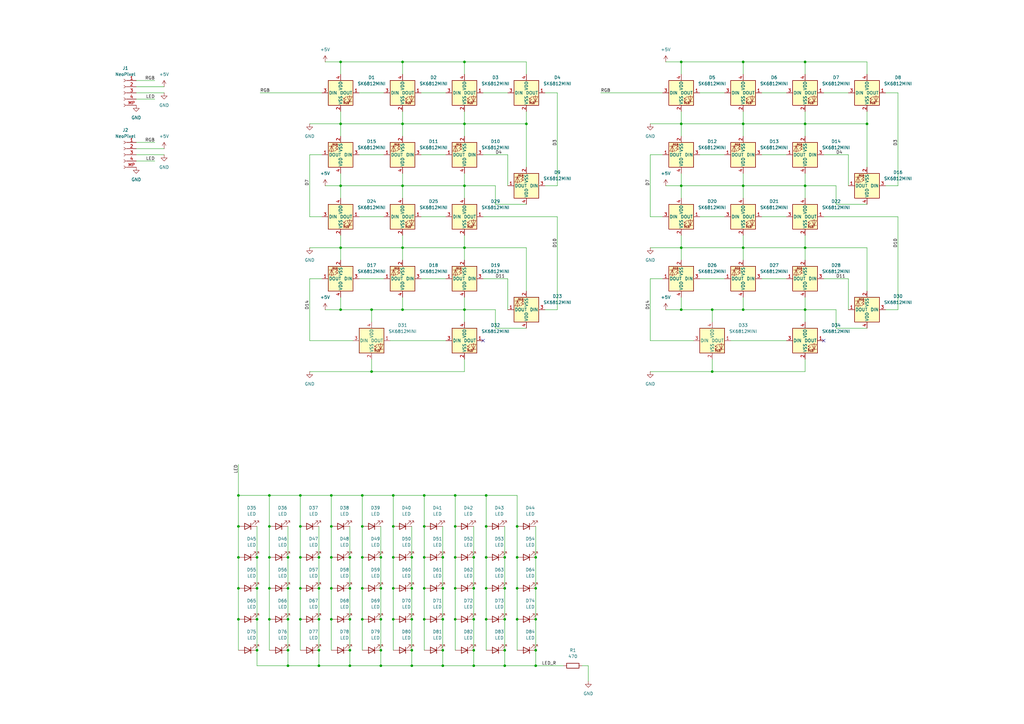
<source format=kicad_sch>
(kicad_sch (version 20231120) (generator "eeschema") (generator_version "8.0")
  (paper "A3")
  (junction (at 148.59 203.2))
  (junction (at 181.61 266.7))
  (junction (at 190.5 76.2))
  (junction (at 279.4 25.4))
  (junction (at 199.39 241.3))
  (junction (at 199.39 254))
  (junction (at 165.1 127))
  (junction (at 212.09 228.6))
  (junction (at 330.2 50.8))
  (junction (at 292.1 127))
  (junction (at 279.4 101.6))
  (junction (at 304.8 101.6))
  (junction (at 190.5 101.6))
  (junction (at 279.4 127))
  (junction (at 97.79 241.3))
  (junction (at 304.8 25.4))
  (junction (at 173.99 228.6))
  (junction (at 105.41 266.7))
  (junction (at 135.89 203.2))
  (junction (at 139.7 25.4))
  (junction (at 168.91 254))
  (junction (at 219.71 273.05))
  (junction (at 194.31 241.3))
  (junction (at 181.61 254))
  (junction (at 194.31 228.6))
  (junction (at 330.2 25.4))
  (junction (at 139.7 76.2))
  (junction (at 148.59 215.9))
  (junction (at 186.69 215.9))
  (junction (at 181.61 273.05))
  (junction (at 143.51 254))
  (junction (at 123.19 203.2))
  (junction (at 110.49 203.2))
  (junction (at 173.99 215.9))
  (junction (at 330.2 127))
  (junction (at 330.2 101.6))
  (junction (at 173.99 254))
  (junction (at 194.31 266.7))
  (junction (at 105.41 254))
  (junction (at 207.01 241.3))
  (junction (at 181.61 241.3))
  (junction (at 130.81 254))
  (junction (at 199.39 215.9))
  (junction (at 219.71 228.6))
  (junction (at 148.59 254))
  (junction (at 219.71 241.3))
  (junction (at 161.29 254))
  (junction (at 161.29 228.6))
  (junction (at 156.21 266.7))
  (junction (at 161.29 215.9))
  (junction (at 207.01 228.6))
  (junction (at 110.49 215.9))
  (junction (at 139.7 50.8))
  (junction (at 130.81 273.05))
  (junction (at 304.8 50.8))
  (junction (at 152.4 127))
  (junction (at 123.19 228.6))
  (junction (at 165.1 101.6))
  (junction (at 97.79 228.6))
  (junction (at 292.1 152.4))
  (junction (at 186.69 254))
  (junction (at 199.39 228.6))
  (junction (at 118.11 266.7))
  (junction (at 165.1 25.4))
  (junction (at 135.89 215.9))
  (junction (at 143.51 241.3))
  (junction (at 135.89 241.3))
  (junction (at 143.51 266.7))
  (junction (at 156.21 273.05))
  (junction (at 165.1 76.2))
  (junction (at 135.89 254))
  (junction (at 355.6 50.8))
  (junction (at 173.99 203.2))
  (junction (at 135.89 228.6))
  (junction (at 130.81 241.3))
  (junction (at 186.69 228.6))
  (junction (at 190.5 127))
  (junction (at 148.59 228.6))
  (junction (at 168.91 228.6))
  (junction (at 304.8 76.2))
  (junction (at 194.31 273.05))
  (junction (at 110.49 228.6))
  (junction (at 168.91 273.05))
  (junction (at 118.11 273.05))
  (junction (at 161.29 203.2))
  (junction (at 139.7 127))
  (junction (at 156.21 241.3))
  (junction (at 97.79 203.2))
  (junction (at 118.11 228.6))
  (junction (at 181.61 228.6))
  (junction (at 207.01 254))
  (junction (at 118.11 254))
  (junction (at 168.91 266.7))
  (junction (at 105.41 241.3))
  (junction (at 199.39 203.2))
  (junction (at 139.7 101.6))
  (junction (at 130.81 266.7))
  (junction (at 279.4 50.8))
  (junction (at 105.41 228.6))
  (junction (at 165.1 50.8))
  (junction (at 212.09 215.9))
  (junction (at 97.79 254))
  (junction (at 168.91 241.3))
  (junction (at 123.19 215.9))
  (junction (at 97.79 215.9))
  (junction (at 186.69 241.3))
  (junction (at 219.71 254))
  (junction (at 207.01 266.7))
  (junction (at 123.19 254))
  (junction (at 130.81 228.6))
  (junction (at 156.21 228.6))
  (junction (at 110.49 254))
  (junction (at 173.99 241.3))
  (junction (at 110.49 241.3))
  (junction (at 212.09 254))
  (junction (at 219.71 266.7))
  (junction (at 118.11 241.3))
  (junction (at 330.2 76.2))
  (junction (at 143.51 273.05))
  (junction (at 186.69 203.2))
  (junction (at 212.09 241.3))
  (junction (at 156.21 254))
  (junction (at 190.5 50.8))
  (junction (at 123.19 241.3))
  (junction (at 279.4 76.2))
  (junction (at 215.9 50.8))
  (junction (at 304.8 127))
  (junction (at 143.51 228.6))
  (junction (at 194.31 254))
  (junction (at 190.5 25.4))
  (junction (at 207.01 273.05))
  (junction (at 161.29 241.3))
  (junction (at 148.59 241.3))
  (junction (at 152.4 152.4))
  (no_connect (at 337.82 139.7))
  (no_connect (at 198.12 139.7))
  (wire (pts (xy 130.81 254) (xy 130.81 266.7)))
  (wire (pts (xy 130.81 266.7) (xy 130.81 273.05)))
  (wire (pts (xy 161.29 241.3) (xy 161.29 228.6)))
  (wire (pts (xy 143.51 254) (xy 143.51 266.7)))
  (wire (pts (xy 123.19 266.7) (xy 123.19 254)))
  (wire (pts (xy 368.3 88.9) (xy 368.3 127)))
  (wire (pts (xy 304.8 101.6) (xy 330.2 101.6)))
  (wire (pts (xy 123.19 203.2) (xy 110.49 203.2)))
  (wire (pts (xy 165.1 96.52) (xy 165.1 101.6)))
  (wire (pts (xy 123.19 215.9) (xy 123.19 203.2)))
  (wire (pts (xy 266.7 152.4) (xy 292.1 152.4)))
  (wire (pts (xy 190.5 152.4) (xy 152.4 152.4)))
  (wire (pts (xy 148.59 203.2) (xy 135.89 203.2)))
  (wire (pts (xy 186.69 266.7) (xy 186.69 254)))
  (wire (pts (xy 132.08 114.3) (xy 127 114.3)))
  (wire (pts (xy 168.91 215.9) (xy 168.91 228.6)))
  (wire (pts (xy 215.9 50.8) (xy 215.9 45.72)))
  (wire (pts (xy 355.6 101.6) (xy 355.6 119.38)))
  (wire (pts (xy 190.5 76.2) (xy 190.5 71.12)))
  (wire (pts (xy 110.49 254) (xy 110.49 241.3)))
  (wire (pts (xy 105.41 273.05) (xy 118.11 273.05)))
  (wire (pts (xy 190.5 127) (xy 190.5 132.08)))
  (wire (pts (xy 135.89 215.9) (xy 135.89 203.2)))
  (wire (pts (xy 330.2 81.28) (xy 330.2 76.2)))
  (wire (pts (xy 199.39 215.9) (xy 199.39 203.2)))
  (wire (pts (xy 165.1 50.8) (xy 190.5 50.8)))
  (wire (pts (xy 212.09 203.2) (xy 199.39 203.2)))
  (wire (pts (xy 228.6 38.1) (xy 223.52 38.1)))
  (wire (pts (xy 342.9 127) (xy 330.2 127)))
  (wire (pts (xy 203.2 83.82) (xy 215.9 83.82)))
  (wire (pts (xy 279.4 25.4) (xy 304.8 25.4)))
  (wire (pts (xy 139.7 81.28) (xy 139.7 76.2)))
  (wire (pts (xy 322.58 88.9) (xy 312.42 88.9)))
  (wire (pts (xy 304.8 76.2) (xy 304.8 71.12)))
  (wire (pts (xy 156.21 241.3) (xy 156.21 254)))
  (wire (pts (xy 199.39 254) (xy 199.39 241.3)))
  (wire (pts (xy 152.4 147.32) (xy 152.4 152.4)))
  (wire (pts (xy 63.5 58.42) (xy 55.88 58.42)))
  (wire (pts (xy 165.1 127) (xy 190.5 127)))
  (wire (pts (xy 208.28 127) (xy 208.28 114.3)))
  (wire (pts (xy 279.4 127) (xy 292.1 127)))
  (wire (pts (xy 304.8 96.52) (xy 304.8 101.6)))
  (wire (pts (xy 97.79 190.5) (xy 97.79 203.2)))
  (wire (pts (xy 322.58 38.1) (xy 312.42 38.1)))
  (wire (pts (xy 207.01 241.3) (xy 207.01 254)))
  (wire (pts (xy 219.71 273.05) (xy 219.71 266.7)))
  (wire (pts (xy 304.8 25.4) (xy 304.8 30.48)))
  (wire (pts (xy 279.4 76.2) (xy 304.8 76.2)))
  (wire (pts (xy 322.58 63.5) (xy 312.42 63.5)))
  (wire (pts (xy 173.99 241.3) (xy 173.99 228.6)))
  (wire (pts (xy 63.5 33.02) (xy 55.88 33.02)))
  (wire (pts (xy 168.91 241.3) (xy 168.91 254)))
  (wire (pts (xy 123.19 241.3) (xy 123.19 228.6)))
  (wire (pts (xy 152.4 127) (xy 152.4 132.08)))
  (wire (pts (xy 67.31 35.56) (xy 55.88 35.56)))
  (wire (pts (xy 190.5 55.88) (xy 190.5 50.8)))
  (wire (pts (xy 330.2 76.2) (xy 342.9 76.2)))
  (wire (pts (xy 161.29 215.9) (xy 161.29 203.2)))
  (wire (pts (xy 194.31 273.05) (xy 207.01 273.05)))
  (wire (pts (xy 156.21 215.9) (xy 156.21 228.6)))
  (wire (pts (xy 215.9 25.4) (xy 215.9 30.48)))
  (wire (pts (xy 123.19 254) (xy 123.19 241.3)))
  (wire (pts (xy 130.81 273.05) (xy 143.51 273.05)))
  (wire (pts (xy 219.71 254) (xy 219.71 241.3)))
  (wire (pts (xy 110.49 241.3) (xy 110.49 228.6)))
  (wire (pts (xy 266.7 139.7) (xy 284.48 139.7)))
  (wire (pts (xy 212.09 215.9) (xy 212.09 203.2)))
  (wire (pts (xy 228.6 76.2) (xy 223.52 76.2)))
  (wire (pts (xy 208.28 63.5) (xy 208.28 76.2)))
  (wire (pts (xy 186.69 241.3) (xy 186.69 228.6)))
  (wire (pts (xy 203.2 76.2) (xy 203.2 83.82)))
  (wire (pts (xy 273.05 127) (xy 279.4 127)))
  (wire (pts (xy 110.49 215.9) (xy 110.49 203.2)))
  (wire (pts (xy 194.31 215.9) (xy 194.31 228.6)))
  (wire (pts (xy 157.48 63.5) (xy 147.32 63.5)))
  (wire (pts (xy 181.61 254) (xy 181.61 266.7)))
  (wire (pts (xy 194.31 266.7) (xy 194.31 273.05)))
  (wire (pts (xy 173.99 215.9) (xy 173.99 203.2)))
  (wire (pts (xy 173.99 203.2) (xy 161.29 203.2)))
  (wire (pts (xy 105.41 254) (xy 105.41 266.7)))
  (wire (pts (xy 148.59 215.9) (xy 148.59 203.2)))
  (wire (pts (xy 330.2 101.6) (xy 330.2 106.68)))
  (wire (pts (xy 55.88 63.5) (xy 67.31 63.5)))
  (wire (pts (xy 297.18 63.5) (xy 287.02 63.5)))
  (wire (pts (xy 212.09 228.6) (xy 212.09 215.9)))
  (wire (pts (xy 279.4 55.88) (xy 279.4 50.8)))
  (wire (pts (xy 304.8 101.6) (xy 304.8 106.68)))
  (wire (pts (xy 106.68 38.1) (xy 132.08 38.1)))
  (wire (pts (xy 133.35 76.2) (xy 139.7 76.2)))
  (wire (pts (xy 342.9 83.82) (xy 355.6 83.82)))
  (wire (pts (xy 228.6 88.9) (xy 228.6 127)))
  (wire (pts (xy 63.5 66.04) (xy 55.88 66.04)))
  (wire (pts (xy 347.98 38.1) (xy 337.82 38.1)))
  (wire (pts (xy 97.79 228.6) (xy 97.79 215.9)))
  (wire (pts (xy 143.51 266.7) (xy 143.51 273.05)))
  (wire (pts (xy 97.79 203.2) (xy 97.79 215.9)))
  (wire (pts (xy 297.18 88.9) (xy 287.02 88.9)))
  (wire (pts (xy 105.41 266.7) (xy 105.41 273.05)))
  (wire (pts (xy 127 50.8) (xy 139.7 50.8)))
  (wire (pts (xy 165.1 76.2) (xy 190.5 76.2)))
  (wire (pts (xy 148.59 266.7) (xy 148.59 254)))
  (wire (pts (xy 105.41 228.6) (xy 105.41 241.3)))
  (wire (pts (xy 279.4 81.28) (xy 279.4 76.2)))
  (wire (pts (xy 299.72 139.7) (xy 322.58 139.7)))
  (wire (pts (xy 215.9 134.62) (xy 203.2 134.62)))
  (wire (pts (xy 168.91 266.7) (xy 168.91 273.05)))
  (wire (pts (xy 181.61 273.05) (xy 194.31 273.05)))
  (wire (pts (xy 110.49 203.2) (xy 97.79 203.2)))
  (wire (pts (xy 207.01 228.6) (xy 207.01 241.3)))
  (wire (pts (xy 181.61 266.7) (xy 181.61 273.05)))
  (wire (pts (xy 199.39 241.3) (xy 199.39 228.6)))
  (wire (pts (xy 139.7 50.8) (xy 139.7 45.72)))
  (wire (pts (xy 207.01 273.05) (xy 219.71 273.05)))
  (wire (pts (xy 156.21 273.05) (xy 168.91 273.05)))
  (wire (pts (xy 168.91 228.6) (xy 168.91 241.3)))
  (wire (pts (xy 241.3 273.05) (xy 238.76 273.05)))
  (wire (pts (xy 130.81 241.3) (xy 130.81 254)))
  (wire (pts (xy 304.8 127) (xy 330.2 127)))
  (wire (pts (xy 157.48 38.1) (xy 147.32 38.1)))
  (wire (pts (xy 279.4 101.6) (xy 304.8 101.6)))
  (wire (pts (xy 330.2 96.52) (xy 330.2 101.6)))
  (wire (pts (xy 292.1 127) (xy 292.1 132.08)))
  (wire (pts (xy 368.3 38.1) (xy 368.3 76.2)))
  (wire (pts (xy 347.98 63.5) (xy 347.98 76.2)))
  (wire (pts (xy 330.2 50.8) (xy 355.6 50.8)))
  (wire (pts (xy 330.2 147.32) (xy 330.2 152.4)))
  (wire (pts (xy 194.31 241.3) (xy 194.31 254)))
  (wire (pts (xy 139.7 50.8) (xy 165.1 50.8)))
  (wire (pts (xy 161.29 228.6) (xy 161.29 215.9)))
  (wire (pts (xy 110.49 228.6) (xy 110.49 215.9)))
  (wire (pts (xy 67.31 60.96) (xy 55.88 60.96)))
  (wire (pts (xy 355.6 50.8) (xy 355.6 45.72)))
  (wire (pts (xy 304.8 50.8) (xy 304.8 45.72)))
  (wire (pts (xy 165.1 25.4) (xy 165.1 30.48)))
  (wire (pts (xy 143.51 241.3) (xy 143.51 254)))
  (wire (pts (xy 152.4 127) (xy 165.1 127)))
  (wire (pts (xy 156.21 266.7) (xy 156.21 273.05)))
  (wire (pts (xy 161.29 266.7) (xy 161.29 254)))
  (wire (pts (xy 215.9 50.8) (xy 215.9 68.58)))
  (wire (pts (xy 212.09 241.3) (xy 212.09 228.6)))
  (wire (pts (xy 304.8 50.8) (xy 330.2 50.8)))
  (wire (pts (xy 312.42 114.3) (xy 322.58 114.3)))
  (wire (pts (xy 118.11 215.9) (xy 118.11 228.6)))
  (wire (pts (xy 135.89 254) (xy 135.89 241.3)))
  (wire (pts (xy 271.78 63.5) (xy 266.7 63.5)))
  (wire (pts (xy 132.08 63.5) (xy 127 63.5)))
  (wire (pts (xy 139.7 127) (xy 152.4 127)))
  (wire (pts (xy 330.2 152.4) (xy 292.1 152.4)))
  (wire (pts (xy 148.59 241.3) (xy 148.59 228.6)))
  (wire (pts (xy 186.69 228.6) (xy 186.69 215.9)))
  (wire (pts (xy 330.2 127) (xy 330.2 121.92)))
  (wire (pts (xy 161.29 203.2) (xy 148.59 203.2)))
  (wire (pts (xy 246.38 38.1) (xy 271.78 38.1)))
  (wire (pts (xy 127 63.5) (xy 127 88.9)))
  (wire (pts (xy 173.99 228.6) (xy 173.99 215.9)))
  (wire (pts (xy 330.2 55.88) (xy 330.2 50.8)))
  (wire (pts (xy 118.11 273.05) (xy 130.81 273.05)))
  (wire (pts (xy 182.88 63.5) (xy 172.72 63.5)))
  (wire (pts (xy 181.61 241.3) (xy 181.61 254)))
  (wire (pts (xy 139.7 101.6) (xy 165.1 101.6)))
  (wire (pts (xy 186.69 203.2) (xy 173.99 203.2)))
  (wire (pts (xy 139.7 55.88) (xy 139.7 50.8)))
  (wire (pts (xy 266.7 63.5) (xy 266.7 88.9)))
  (wire (pts (xy 279.4 121.92) (xy 279.4 127)))
  (wire (pts (xy 148.59 254) (xy 148.59 241.3)))
  (wire (pts (xy 279.4 101.6) (xy 279.4 106.68)))
  (wire (pts (xy 105.41 241.3) (xy 105.41 254)))
  (wire (pts (xy 165.1 101.6) (xy 165.1 106.68)))
  (wire (pts (xy 279.4 25.4) (xy 279.4 30.48)))
  (wire (pts (xy 181.61 228.6) (xy 181.61 241.3)))
  (wire (pts (xy 165.1 121.92) (xy 165.1 127)))
  (wire (pts (xy 133.35 25.4) (xy 139.7 25.4)))
  (wire (pts (xy 127 88.9) (xy 132.08 88.9)))
  (wire (pts (xy 368.3 127) (xy 363.22 127)))
  (wire (pts (xy 165.1 81.28) (xy 165.1 76.2)))
  (wire (pts (xy 330.2 127) (xy 330.2 132.08)))
  (wire (pts (xy 279.4 76.2) (xy 279.4 71.12)))
  (wire (pts (xy 190.5 50.8) (xy 190.5 45.72)))
  (wire (pts (xy 130.81 215.9) (xy 130.81 228.6)))
  (wire (pts (xy 97.79 266.7) (xy 97.79 254)))
  (wire (pts (xy 273.05 76.2) (xy 279.4 76.2)))
  (wire (pts (xy 347.98 127) (xy 347.98 114.3)))
  (wire (pts (xy 123.19 228.6) (xy 123.19 215.9)))
  (wire (pts (xy 266.7 88.9) (xy 271.78 88.9)))
  (wire (pts (xy 199.39 203.2) (xy 186.69 203.2)))
  (wire (pts (xy 228.6 127) (xy 223.52 127)))
  (wire (pts (xy 342.9 76.2) (xy 342.9 83.82)))
  (wire (pts (xy 199.39 266.7) (xy 199.39 254)))
  (wire (pts (xy 207.01 266.7) (xy 207.01 273.05)))
  (wire (pts (xy 347.98 63.5) (xy 337.82 63.5)))
  (wire (pts (xy 190.5 25.4) (xy 190.5 30.48)))
  (wire (pts (xy 215.9 101.6) (xy 215.9 119.38)))
  (wire (pts (xy 194.31 228.6) (xy 194.31 241.3)))
  (wire (pts (xy 139.7 25.4) (xy 165.1 25.4)))
  (wire (pts (xy 304.8 121.92) (xy 304.8 127)))
  (wire (pts (xy 219.71 228.6) (xy 219.71 215.9)))
  (wire (pts (xy 368.3 76.2) (xy 363.22 76.2)))
  (wire (pts (xy 118.11 228.6) (xy 118.11 241.3)))
  (wire (pts (xy 190.5 25.4) (xy 215.9 25.4)))
  (wire (pts (xy 182.88 38.1) (xy 172.72 38.1)))
  (wire (pts (xy 139.7 96.52) (xy 139.7 101.6)))
  (wire (pts (xy 143.51 273.05) (xy 156.21 273.05)))
  (wire (pts (xy 127 114.3) (xy 127 139.7)))
  (wire (pts (xy 207.01 254) (xy 207.01 266.7)))
  (wire (pts (xy 368.3 38.1) (xy 363.22 38.1)))
  (wire (pts (xy 168.91 273.05) (xy 181.61 273.05)))
  (wire (pts (xy 130.81 228.6) (xy 130.81 241.3)))
  (wire (pts (xy 203.2 134.62) (xy 203.2 127)))
  (wire (pts (xy 168.91 254) (xy 168.91 266.7)))
  (wire (pts (xy 199.39 228.6) (xy 199.39 215.9)))
  (wire (pts (xy 161.29 254) (xy 161.29 241.3)))
  (wire (pts (xy 219.71 266.7) (xy 219.71 254)))
  (wire (pts (xy 135.89 241.3) (xy 135.89 228.6)))
  (wire (pts (xy 292.1 127) (xy 304.8 127)))
  (wire (pts (xy 347.98 114.3) (xy 337.82 114.3)))
  (wire (pts (xy 127 139.7) (xy 144.78 139.7)))
  (wire (pts (xy 190.5 101.6) (xy 190.5 106.68)))
  (wire (pts (xy 139.7 76.2) (xy 139.7 71.12)))
  (wire (pts (xy 207.01 215.9) (xy 207.01 228.6)))
  (wire (pts (xy 165.1 55.88) (xy 165.1 50.8)))
  (wire (pts (xy 133.35 127) (xy 139.7 127)))
  (wire (pts (xy 208.28 63.5) (xy 198.12 63.5)))
  (wire (pts (xy 135.89 203.2) (xy 123.19 203.2)))
  (wire (pts (xy 118.11 266.7) (xy 118.11 273.05)))
  (wire (pts (xy 105.41 215.9) (xy 105.41 228.6)))
  (wire (pts (xy 241.3 279.4) (xy 241.3 273.05)))
  (wire (pts (xy 160.02 139.7) (xy 182.88 139.7)))
  (wire (pts (xy 337.82 88.9) (xy 368.3 88.9)))
  (wire (pts (xy 330.2 101.6) (xy 355.6 101.6)))
  (wire (pts (xy 266.7 101.6) (xy 279.4 101.6)))
  (wire (pts (xy 139.7 25.4) (xy 139.7 30.48)))
  (wire (pts (xy 135.89 228.6) (xy 135.89 215.9)))
  (wire (pts (xy 63.5 40.64) (xy 55.88 40.64)))
  (wire (pts (xy 172.72 114.3) (xy 182.88 114.3)))
  (wire (pts (xy 194.31 254) (xy 194.31 266.7)))
  (wire (pts (xy 186.69 215.9) (xy 186.69 203.2)))
  (wire (pts (xy 182.88 88.9) (xy 172.72 88.9)))
  (wire (pts (xy 190.5 81.28) (xy 190.5 76.2)))
  (wire (pts (xy 186.69 254) (xy 186.69 241.3)))
  (wire (pts (xy 304.8 55.88) (xy 304.8 50.8)))
  (wire (pts (xy 266.7 50.8) (xy 279.4 50.8)))
  (wire (pts (xy 147.32 114.3) (xy 157.48 114.3)))
  (wire (pts (xy 190.5 127) (xy 190.5 121.92)))
  (wire (pts (xy 118.11 241.3) (xy 118.11 254)))
  (wire (pts (xy 190.5 147.32) (xy 190.5 152.4)))
  (wire (pts (xy 55.88 38.1) (xy 67.31 38.1)))
  (wire (pts (xy 127 101.6) (xy 139.7 101.6)))
  (wire (pts (xy 118.11 254) (xy 118.11 266.7)))
  (wire (pts (xy 97.79 241.3) (xy 97.79 228.6)))
  (wire (pts (xy 181.61 215.9) (xy 181.61 228.6)))
  (wire (pts (xy 304.8 81.28) (xy 304.8 76.2)))
  (wire (pts (xy 279.4 50.8) (xy 304.8 50.8)))
  (wire (pts (xy 157.48 88.9) (xy 147.32 88.9)))
  (wire (pts (xy 355.6 25.4) (xy 355.6 30.48)))
  (wire (pts (xy 355.6 134.62) (xy 342.9 134.62)))
  (wire (pts (xy 279.4 50.8) (xy 279.4 45.72)))
  (wire (pts (xy 143.51 228.6) (xy 143.51 241.3)))
  (wire (pts (xy 330.2 50.8) (xy 330.2 45.72)))
  (wire (pts (xy 231.14 273.05) (xy 219.71 273.05)))
  (wire (pts (xy 190.5 50.8) (xy 215.9 50.8)))
  (wire (pts (xy 219.71 241.3) (xy 219.71 228.6)))
  (wire (pts (xy 266.7 114.3) (xy 266.7 139.7)))
  (wire (pts (xy 279.4 96.52) (xy 279.4 101.6)))
  (wire (pts (xy 190.5 76.2) (xy 203.2 76.2)))
  (wire (pts (xy 143.51 215.9) (xy 143.51 228.6)))
  (wire (pts (xy 292.1 147.32) (xy 292.1 152.4)))
  (wire (pts (xy 139.7 76.2) (xy 165.1 76.2)))
  (wire (pts (xy 165.1 76.2) (xy 165.1 71.12)))
  (wire (pts (xy 135.89 266.7) (xy 135.89 254)))
  (wire (pts (xy 304.8 25.4) (xy 330.2 25.4)))
  (wire (pts (xy 212.09 266.7) (xy 212.09 254)))
  (wire (pts (xy 228.6 38.1) (xy 228.6 76.2)))
  (wire (pts (xy 97.79 254) (xy 97.79 241.3)))
  (wire (pts (xy 110.49 266.7) (xy 110.49 254)))
  (wire (pts (xy 127 152.4) (xy 152.4 152.4)))
  (wire (pts (xy 330.2 25.4) (xy 355.6 25.4)))
  (wire (pts (xy 148.59 228.6) (xy 148.59 215.9)))
  (wire (pts (xy 208.28 114.3) (xy 198.12 114.3)))
  (wire (pts (xy 198.12 88.9) (xy 228.6 88.9)))
  (wire (pts (xy 330.2 76.2) (xy 330.2 71.12)))
  (wire (pts (xy 165.1 25.4) (xy 190.5 25.4)))
  (wire (pts (xy 156.21 254) (xy 156.21 266.7)))
  (wire (pts (xy 139.7 121.92) (xy 139.7 127)))
  (wire (pts (xy 190.5 96.52) (xy 190.5 101.6)))
  (wire (pts (xy 165.1 50.8) (xy 165.1 45.72)))
  (wire (pts (xy 342.9 134.62) (xy 342.9 127)))
  (wire (pts (xy 304.8 76.2) (xy 330.2 76.2)))
  (wire (pts (xy 173.99 266.7) (xy 173.99 254)))
  (wire (pts (xy 156.21 228.6) (xy 156.21 241.3)))
  (wire (pts (xy 330.2 25.4) (xy 330.2 30.48)))
  (wire (pts (xy 165.1 101.6) (xy 190.5 101.6)))
  (wire (pts (xy 287.02 114.3) (xy 297.18 114.3)))
  (wire (pts (xy 297.18 38.1) (xy 287.02 38.1)))
  (wire (pts (xy 190.5 101.6) (xy 215.9 101.6)))
  (wire (pts (xy 273.05 25.4) (xy 279.4 25.4)))
  (wire (pts (xy 355.6 50.8) (xy 355.6 68.58)))
  (wire (pts (xy 208.28 38.1) (xy 198.12 38.1)))
  (wire (pts (xy 203.2 127) (xy 190.5 127)))
  (wire (pts (xy 271.78 114.3) (xy 266.7 114.3)))
  (wire (pts (xy 139.7 101.6) (xy 139.7 106.68)))
  (wire (pts (xy 212.09 254) (xy 212.09 241.3)))
  (wire (pts (xy 173.99 254) (xy 173.99 241.3)))
  (label "LED" (at 63.5 40.64 180))
  (label "D3" (at 228.6 57.15 270))
  (label "D7" (at 266.7 76.2 90))
  (label "RGB" (at 106.68 38.1 0))
  (label "D10" (at 368.3 101.6 90))
  (label "D14" (at 127 127 90))
  (label "D4" (at 203.2 63.5 0))
  (label "D7" (at 127 76.2 90))
  (label "RGB" (at 63.5 33.02 180))
  (label "D11" (at 342.9 114.3 0))
  (label "D4" (at 342.9 63.5 0))
  (label "LED" (at 63.5 66.04 180))
  (label "D3" (at 368.3 57.15 270))
  (label "LED" (at 97.79 190.5 270))
  (label "D10" (at 228.6 101.6 90))
  (label "D11" (at 203.2 114.3 0))
  (label "LED_R" (at 222.25 273.05 0))
  (label "RGB" (at 63.5 58.42 180))
  (label "RGB" (at 246.38 38.1 0))
  (label "D14" (at 266.7 127 90))
  (symbol (lib_id "LED:SK6812MINI") (at 279.4 38.1 0) (unit 1)
    (property "Reference" "D5" (at 292.1 31.7814 0))
    (property "Value" "SK6812MINI" (at 292.1 34.3214 0))
    (property "Footprint" "LED_SMD:LED_SK6812MINI_PLCC4_3.5x3.5mm_P1.75mm" (effects (hide yes)))
    (property "Datasheet" "https://cdn-shop.adafruit.com/product-files/2686/SK6812MINI_REV.01-1-2.pdf" (effects (hide yes)))
    (property "Description" "RGB LED with integrated controller" (effects (hide yes)))
  )
  (symbol (lib_id "LED:SK6812MINI") (at 215.9 38.1 0) (unit 1)
    (property "Reference" "D4" (at 228.6 31.7814 0))
    (property "Value" "SK6812MINI" (at 228.6 34.3214 0))
    (property "Footprint" "LED_SMD:LED_SK6812MINI_PLCC4_3.5x3.5mm_P1.75mm" (effects (hide yes)))
    (property "Datasheet" "https://cdn-shop.adafruit.com/product-files/2686/SK6812MINI_REV.01-1-2.pdf" (effects (hide yes)))
    (property "Description" "RGB LED with integrated controller" (effects (hide yes)))
  )
  (symbol (lib_id "Device:R") (at 234.95 273.05 90) (unit 1)
    (property "Reference" "R1" (at 234.95 266.7 90))
    (property "Value" "470" (at 234.95 269.24 90))
    (property "Footprint" "Resistor_SMD:R_1206_3216Metric" (effects (hide yes)))
    (property "Description" "Resistor" (effects (hide yes)))
  )
  (symbol (lib_id "LED:SK6812MINI") (at 279.4 63.5 180) (unit 1)
    (property "Reference" "D12" (at 292.1 58.0038 0))
    (property "Value" "SK6812MINI" (at 292.1 60.5438 0))
    (property "Footprint" "LED_SMD:LED_SK6812MINI_PLCC4_3.5x3.5mm_P1.75mm" (effects (hide yes)))
    (property "Datasheet" "https://cdn-shop.adafruit.com/product-files/2686/SK6812MINI_REV.01-1-2.pdf" (effects (hide yes)))
    (property "Description" "RGB LED with integrated controller" (effects (hide yes)))
  )
  (symbol (lib_id "Device:LED") (at 177.8 266.7 180) (unit 1)
    (property "Reference" "D81" (at 179.3875 259.08 0))
    (property "Value" "LED" (at 179.3875 261.62 0))
    (property "Footprint" "LED_SMD:LED_0603_1608Metric" (effects (hide yes)))
    (property "Description" "Light emitting diode" (effects (hide yes)))
  )
  (symbol (lib_id "Device:LED") (at 127 228.6 180) (unit 1)
    (property "Reference" "D47" (at 128.5875 220.98 0))
    (property "Value" "LED" (at 128.5875 223.52 0))
    (property "Footprint" "LED_SMD:LED_0603_1608Metric" (effects (hide yes)))
    (property "Description" "Light emitting diode" (effects (hide yes)))
  )
  (symbol (lib_id "LED:SK6812MINI") (at 139.7 38.1 0) (unit 1)
    (property "Reference" "D1" (at 152.4 31.7814 0))
    (property "Value" "SK6812MINI" (at 152.4 34.3214 0))
    (property "Footprint" "LED_SMD:LED_SK6812MINI_PLCC4_3.5x3.5mm_P1.75mm" (effects (hide yes)))
    (property "Datasheet" "https://cdn-shop.adafruit.com/product-files/2686/SK6812MINI_REV.01-1-2.pdf" (effects (hide yes)))
    (property "Description" "RGB LED with integrated controller" (effects (hide yes)))
  )
  (symbol (lib_id "Device:LED") (at 165.1 241.3 180) (unit 1)
    (property "Reference" "D60" (at 166.6875 233.68 0))
    (property "Value" "LED" (at 166.6875 236.22 0))
    (property "Footprint" "LED_SMD:LED_0603_1608Metric" (effects (hide yes)))
    (property "Description" "Light emitting diode" (effects (hide yes)))
  )
  (symbol (lib_id "Device:LED") (at 203.2 254 180) (unit 1)
    (property "Reference" "D73" (at 204.7875 246.38 0))
    (property "Value" "LED" (at 204.7875 248.92 0))
    (property "Footprint" "LED_SMD:LED_0603_1608Metric" (effects (hide yes)))
    (property "Description" "Light emitting diode" (effects (hide yes)))
  )
  (symbol (lib_id "LED:SK6812MINI") (at 139.7 63.5 180) (unit 1)
    (property "Reference" "D15" (at 152.4 58.0038 0))
    (property "Value" "SK6812MINI" (at 152.4 60.5438 0))
    (property "Footprint" "LED_SMD:LED_SK6812MINI_PLCC4_3.5x3.5mm_P1.75mm" (effects (hide yes)))
    (property "Datasheet" "https://cdn-shop.adafruit.com/product-files/2686/SK6812MINI_REV.01-1-2.pdf" (effects (hide yes)))
    (property "Description" "RGB LED with integrated controller" (effects (hide yes)))
  )
  (symbol (lib_id "power:GND") (at 241.3 279.4 0) (unit 1)
    (property "Reference" "#PWR020" (effects (hide yes)))
    (property "Value" "GND" (at 241.3 284.48 0))
    (property "Description" "Power symbol creates a global label with name \"GND\" , ground" (effects (hide yes)))
  )
  (symbol (lib_id "LED:SK6812MINI") (at 304.8 88.9 0) (unit 1)
    (property "Reference" "D21" (at 317.5 82.5814 0))
    (property "Value" "SK6812MINI" (at 317.5 85.1214 0))
    (property "Footprint" "LED_SMD:LED_SK6812MINI_PLCC4_3.5x3.5mm_P1.75mm" (effects (hide yes)))
    (property "Datasheet" "https://cdn-shop.adafruit.com/product-files/2686/SK6812MINI_REV.01-1-2.pdf" (effects (hide yes)))
    (property "Description" "RGB LED with integrated controller" (effects (hide yes)))
  )
  (symbol (lib_id "Device:LED") (at 165.1 266.7 180) (unit 1)
    (property "Reference" "D80" (at 166.6875 259.08 0))
    (property "Value" "LED" (at 166.6875 261.62 0))
    (property "Footprint" "LED_SMD:LED_0603_1608Metric" (effects (hide yes)))
    (property "Description" "Light emitting diode" (effects (hide yes)))
  )
  (symbol (lib_id "LED:SK6812MINI") (at 279.4 88.9 0) (unit 1)
    (property "Reference" "D20" (at 292.1 82.5814 0))
    (property "Value" "SK6812MINI" (at 292.1 85.1214 0))
    (property "Footprint" "LED_SMD:LED_SK6812MINI_PLCC4_3.5x3.5mm_P1.75mm" (effects (hide yes)))
    (property "Datasheet" "https://cdn-shop.adafruit.com/product-files/2686/SK6812MINI_REV.01-1-2.pdf" (effects (hide yes)))
    (property "Description" "RGB LED with integrated controller" (effects (hide yes)))
  )
  (symbol (lib_id "Device:LED") (at 215.9 266.7 180) (unit 1)
    (property "Reference" "D84" (at 217.4875 259.08 0))
    (property "Value" "LED" (at 217.4875 261.62 0))
    (property "Footprint" "LED_SMD:LED_0603_1608Metric" (effects (hide yes)))
    (property "Description" "Light emitting diode" (effects (hide yes)))
  )
  (symbol (lib_id "power:GND") (at 127 50.8 0) (unit 1)
    (property "Reference" "#PWR06" (effects (hide yes)))
    (property "Value" "GND" (at 127 55.88 0))
    (property "Description" "Power symbol creates a global label with name \"GND\" , ground" (effects (hide yes)))
  )
  (symbol (lib_id "Device:LED") (at 190.5 215.9 180) (unit 1)
    (property "Reference" "D42" (at 192.0875 208.28 0))
    (property "Value" "LED" (at 192.0875 210.82 0))
    (property "Footprint" "LED_SMD:LED_0603_1608Metric" (effects (hide yes)))
    (property "Description" "Light emitting diode" (effects (hide yes)))
  )
  (symbol (lib_id "power:GND") (at 55.88 68.58 0) (unit 1)
    (property "Reference" "#PWR010" (effects (hide yes)))
    (property "Value" "GND" (at 55.88 73.66 0))
    (property "Description" "Power symbol creates a global label with name \"GND\" , ground" (effects (hide yes)))
  )
  (symbol (lib_id "power:+5V") (at 273.05 25.4 0) (unit 1)
    (property "Reference" "#PWR02" (effects (hide yes)))
    (property "Value" "+5V" (at 273.05 20.32 0))
    (property "Description" "Power symbol creates a global label with name \"+5V\"" (effects (hide yes)))
  )
  (symbol (lib_id "Device:LED") (at 177.8 215.9 180) (unit 1)
    (property "Reference" "D41" (at 179.3875 208.28 0))
    (property "Value" "LED" (at 179.3875 210.82 0))
    (property "Footprint" "LED_SMD:LED_0603_1608Metric" (effects (hide yes)))
    (property "Description" "Light emitting diode" (effects (hide yes)))
  )
  (symbol (lib_id "LED:SK6812MINI") (at 190.5 88.9 0) (unit 1)
    (property "Reference" "D29" (at 203.2 82.5814 0))
    (property "Value" "SK6812MINI" (at 203.2 85.1214 0))
    (property "Footprint" "LED_SMD:LED_SK6812MINI_PLCC4_3.5x3.5mm_P1.75mm" (effects (hide yes)))
    (property "Datasheet" "https://cdn-shop.adafruit.com/product-files/2686/SK6812MINI_REV.01-1-2.pdf" (effects (hide yes)))
    (property "Description" "RGB LED with integrated controller" (effects (hide yes)))
  )
  (symbol (lib_id "Device:LED") (at 215.9 254 180) (unit 1)
    (property "Reference" "D74" (at 217.4875 246.38 0))
    (property "Value" "LED" (at 217.4875 248.92 0))
    (property "Footprint" "LED_SMD:LED_0603_1608Metric" (effects (hide yes)))
    (property "Description" "Light emitting diode" (effects (hide yes)))
  )
  (symbol (lib_id "Device:LED") (at 114.3 228.6 180) (unit 1)
    (property "Reference" "D46" (at 115.8875 220.98 0))
    (property "Value" "LED" (at 115.8875 223.52 0))
    (property "Footprint" "LED_SMD:LED_0603_1608Metric" (effects (hide yes)))
    (property "Description" "Light emitting diode" (effects (hide yes)))
  )
  (symbol (lib_id "LED:SK6812MINI") (at 190.5 63.5 180) (unit 1)
    (property "Reference" "D10" (at 203.2 58.0038 0))
    (property "Value" "SK6812MINI" (at 203.2 60.5438 0))
    (property "Footprint" "LED_SMD:LED_SK6812MINI_PLCC4_3.5x3.5mm_P1.75mm" (effects (hide yes)))
    (property "Datasheet" "https://cdn-shop.adafruit.com/product-files/2686/SK6812MINI_REV.01-1-2.pdf" (effects (hide yes)))
    (property "Description" "RGB LED with integrated controller" (effects (hide yes)))
  )
  (symbol (lib_id "Device:LED") (at 114.3 266.7 180) (unit 1)
    (property "Reference" "D76" (at 115.8875 259.08 0))
    (property "Value" "LED" (at 115.8875 261.62 0))
    (property "Footprint" "LED_SMD:LED_0603_1608Metric" (effects (hide yes)))
    (property "Description" "Light emitting diode" (effects (hide yes)))
  )
  (symbol (lib_id "LED:SK6812MINI") (at 190.5 139.7 0) (unit 1)
    (property "Reference" "D32" (at 203.2 133.3814 0))
    (property "Value" "SK6812MINI" (at 203.2 135.9214 0))
    (property "Footprint" "LED_SMD:LED_SK6812MINI_PLCC4_3.5x3.5mm_P1.75mm" (effects (hide yes)))
    (property "Datasheet" "https://cdn-shop.adafruit.com/product-files/2686/SK6812MINI_REV.01-1-2.pdf" (effects (hide yes)))
    (property "Description" "RGB LED with integrated controller" (effects (hide yes)))
  )
  (symbol (lib_id "LED:SK6812MINI") (at 355.6 127 180) (unit 1)
    (property "Reference" "D30" (at 368.3 121.5038 0))
    (property "Value" "SK6812MINI" (at 368.3 124.0438 0))
    (property "Footprint" "LED_SMD:LED_SK6812MINI_PLCC4_3.5x3.5mm_P1.75mm" (effects (hide yes)))
    (property "Datasheet" "https://cdn-shop.adafruit.com/product-files/2686/SK6812MINI_REV.01-1-2.pdf" (effects (hide yes)))
    (property "Description" "RGB LED with integrated controller" (effects (hide yes)))
  )
  (symbol (lib_id "Device:LED") (at 203.2 266.7 180) (unit 1)
    (property "Reference" "D83" (at 204.7875 259.08 0))
    (property "Value" "LED" (at 204.7875 261.62 0))
    (property "Footprint" "LED_SMD:LED_0603_1608Metric" (effects (hide yes)))
    (property "Description" "Light emitting diode" (effects (hide yes)))
  )
  (symbol (lib_id "Device:LED") (at 215.9 241.3 180) (unit 1)
    (property "Reference" "D64" (at 217.4875 233.68 0))
    (property "Value" "LED" (at 217.4875 236.22 0))
    (property "Footprint" "LED_SMD:LED_0603_1608Metric" (effects (hide yes)))
    (property "Description" "Light emitting diode" (effects (hide yes)))
  )
  (symbol (lib_id "Device:LED") (at 139.7 215.9 180) (unit 1)
    (property "Reference" "D38" (at 141.2875 208.28 0))
    (property "Value" "LED" (at 141.2875 210.82 0))
    (property "Footprint" "LED_SMD:LED_0603_1608Metric" (effects (hide yes)))
    (property "Description" "Light emitting diode" (effects (hide yes)))
  )
  (symbol (lib_id "Device:LED") (at 152.4 241.3 180) (unit 1)
    (property "Reference" "D59" (at 153.9875 233.68 0))
    (property "Value" "LED" (at 153.9875 236.22 0))
    (property "Footprint" "LED_SMD:LED_0603_1608Metric" (effects (hide yes)))
    (property "Description" "Light emitting diode" (effects (hide yes)))
  )
  (symbol (lib_id "LED:SK6812MINI") (at 330.2 139.7 0) (unit 1)
    (property "Reference" "D34" (at 342.9 133.3814 0))
    (property "Value" "SK6812MINI" (at 342.9 135.9214 0))
    (property "Footprint" "LED_SMD:LED_SK6812MINI_PLCC4_3.5x3.5mm_P1.75mm" (effects (hide yes)))
    (property "Datasheet" "https://cdn-shop.adafruit.com/product-files/2686/SK6812MINI_REV.01-1-2.pdf" (effects (hide yes)))
    (property "Description" "RGB LED with integrated controller" (effects (hide yes)))
  )
  (symbol (lib_id "power:GND") (at 266.7 50.8 0) (unit 1)
    (property "Reference" "#PWR07" (effects (hide yes)))
    (property "Value" "GND" (at 266.7 55.88 0))
    (property "Description" "Power symbol creates a global label with name \"GND\" , ground" (effects (hide yes)))
  )
  (symbol (lib_id "power:+5V") (at 133.35 127 0) (unit 1)
    (property "Reference" "#PWR015" (effects (hide yes)))
    (property "Value" "+5V" (at 133.35 121.92 0))
    (property "Description" "Power symbol creates a global label with name \"+5V\"" (effects (hide yes)))
  )
  (symbol (lib_id "Device:LED") (at 203.2 228.6 180) (unit 1)
    (property "Reference" "D53" (at 204.7875 220.98 0))
    (property "Value" "LED" (at 204.7875 223.52 0))
    (property "Footprint" "LED_SMD:LED_0603_1608Metric" (effects (hide yes)))
    (property "Description" "Light emitting diode" (effects (hide yes)))
  )
  (symbol (lib_id "power:+5V") (at 133.35 76.2 0) (unit 1)
    (property "Reference" "#PWR011" (effects (hide yes)))
    (property "Value" "+5V" (at 133.35 71.12 0))
    (property "Description" "Power symbol creates a global label with name \"+5V\"" (effects (hide yes)))
  )
  (symbol (lib_id "Device:LED") (at 139.7 254 180) (unit 1)
    (property "Reference" "D68" (at 141.2875 246.38 0))
    (property "Value" "LED" (at 141.2875 248.92 0))
    (property "Footprint" "LED_SMD:LED_0603_1608Metric" (effects (hide yes)))
    (property "Description" "Light emitting diode" (effects (hide yes)))
  )
  (symbol (lib_id "Device:LED") (at 127 254 180) (unit 1)
    (property "Reference" "D67" (at 128.5875 246.38 0))
    (property "Value" "LED" (at 128.5875 248.92 0))
    (property "Footprint" "LED_SMD:LED_0603_1608Metric" (effects (hide yes)))
    (property "Description" "Light emitting diode" (effects (hide yes)))
  )
  (symbol (lib_id "Device:LED") (at 152.4 254 180) (unit 1)
    (property "Reference" "D69" (at 153.9875 246.38 0))
    (property "Value" "LED" (at 153.9875 248.92 0))
    (property "Footprint" "LED_SMD:LED_0603_1608Metric" (effects (hide yes)))
    (property "Description" "Light emitting diode" (effects (hide yes)))
  )
  (symbol (lib_id "Device:LED") (at 203.2 215.9 180) (unit 1)
    (property "Reference" "D43" (at 204.7875 208.28 0))
    (property "Value" "LED" (at 204.7875 210.82 0))
    (property "Footprint" "LED_SMD:LED_0603_1608Metric" (effects (hide yes)))
    (property "Description" "Light emitting diode" (effects (hide yes)))
  )
  (symbol (lib_id "Device:LED") (at 165.1 254 180) (unit 1)
    (property "Reference" "D70" (at 166.6875 246.38 0))
    (property "Value" "LED" (at 166.6875 248.92 0))
    (property "Footprint" "LED_SMD:LED_0603_1608Metric" (effects (hide yes)))
    (property "Description" "Light emitting diode" (effects (hide yes)))
  )
  (symbol (lib_id "LED:SK6812MINI") (at 165.1 114.3 180) (unit 1)
    (property "Reference" "D18" (at 177.8 108.8038 0))
    (property "Value" "SK6812MINI" (at 177.8 111.3438 0))
    (property "Footprint" "LED_SMD:LED_SK6812MINI_PLCC4_3.5x3.5mm_P1.75mm" (effects (hide yes)))
    (property "Datasheet" "https://cdn-shop.adafruit.com/product-files/2686/SK6812MINI_REV.01-1-2.pdf" (effects (hide yes)))
    (property "Description" "RGB LED with integrated controller" (effects (hide yes)))
  )
  (symbol (lib_id "Device:LED") (at 177.8 228.6 180) (unit 1)
    (property "Reference" "D51" (at 179.3875 220.98 0))
    (property "Value" "LED" (at 179.3875 223.52 0))
    (property "Footprint" "LED_SMD:LED_0603_1608Metric" (effects (hide yes)))
    (property "Description" "Light emitting diode" (effects (hide yes)))
  )
  (symbol (lib_id "power:GND") (at 67.31 63.5 0) (unit 1)
    (property "Reference" "#PWR09" (effects (hide yes)))
    (property "Value" "GND" (at 67.31 68.58 0))
    (property "Description" "Power symbol creates a global label with name \"GND\" , ground" (effects (hide yes)))
  )
  (symbol (lib_id "LED:SK6812MINI") (at 139.7 114.3 180) (unit 1)
    (property "Reference" "D17" (at 152.4 108.8038 0))
    (property "Value" "SK6812MINI" (at 152.4 111.3438 0))
    (property "Footprint" "LED_SMD:LED_SK6812MINI_PLCC4_3.5x3.5mm_P1.75mm" (effects (hide yes)))
    (property "Datasheet" "https://cdn-shop.adafruit.com/product-files/2686/SK6812MINI_REV.01-1-2.pdf" (effects (hide yes)))
    (property "Description" "RGB LED with integrated controller" (effects (hide yes)))
  )
  (symbol (lib_id "LED:SK6812MINI") (at 304.8 63.5 180) (unit 1)
    (property "Reference" "D13" (at 317.5 58.0038 0))
    (property "Value" "SK6812MINI" (at 317.5 60.5438 0))
    (property "Footprint" "LED_SMD:LED_SK6812MINI_PLCC4_3.5x3.5mm_P1.75mm" (effects (hide yes)))
    (property "Datasheet" "https://cdn-shop.adafruit.com/product-files/2686/SK6812MINI_REV.01-1-2.pdf" (effects (hide yes)))
    (property "Description" "RGB LED with integrated controller" (effects (hide yes)))
  )
  (symbol (lib_id "Device:LED") (at 101.6 266.7 180) (unit 1)
    (property "Reference" "D75" (at 103.1875 259.08 0))
    (property "Value" "LED" (at 103.1875 261.62 0))
    (property "Footprint" "LED_SMD:LED_0603_1608Metric" (effects (hide yes)))
    (property "Description" "Light emitting diode" (effects (hide yes)))
  )
  (symbol (lib_id "Device:LED") (at 190.5 266.7 180) (unit 1)
    (property "Reference" "D82" (at 192.0875 259.08 0))
    (property "Value" "LED" (at 192.0875 261.62 0))
    (property "Footprint" "LED_SMD:LED_0603_1608Metric" (effects (hide yes)))
    (property "Description" "Light emitting diode" (effects (hide yes)))
  )
  (symbol (lib_id "Device:LED") (at 114.3 215.9 180) (unit 1)
    (property "Reference" "D36" (at 115.8875 208.28 0))
    (property "Value" "LED" (at 115.8875 210.82 0))
    (property "Footprint" "LED_SMD:LED_0603_1608Metric" (effects (hide yes)))
    (property "Description" "Light emitting diode" (effects (hide yes)))
  )
  (symbol (lib_id "Device:LED") (at 114.3 241.3 180) (unit 1)
    (property "Reference" "D56" (at 115.8875 233.68 0))
    (property "Value" "LED" (at 115.8875 236.22 0))
    (property "Footprint" "LED_SMD:LED_0603_1608Metric" (effects (hide yes)))
    (property "Description" "Light emitting diode" (effects (hide yes)))
  )
  (symbol (lib_id "Device:LED") (at 101.6 241.3 180) (unit 1)
    (property "Reference" "D55" (at 103.1875 233.68 0))
    (property "Value" "LED" (at 103.1875 236.22 0))
    (property "Footprint" "LED_SMD:LED_0603_1608Metric" (effects (hide yes)))
    (property "Description" "Light emitting diode" (effects (hide yes)))
  )
  (symbol (lib_id "Device:LED") (at 139.7 241.3 180) (unit 1)
    (property "Reference" "D58" (at 141.2875 233.68 0))
    (property "Value" "LED" (at 141.2875 236.22 0))
    (property "Footprint" "LED_SMD:LED_0603_1608Metric" (effects (hide yes)))
    (property "Description" "Light emitting diode" (effects (hide yes)))
  )
  (symbol (lib_id "LED:SK6812MINI") (at 215.9 76.2 180) (unit 1)
    (property "Reference" "D9" (at 228.6 70.7038 0))
    (property "Value" "SK6812MINI" (at 228.6 73.2438 0))
    (property "Footprint" "LED_SMD:LED_SK6812MINI_PLCC4_3.5x3.5mm_P1.75mm" (effects (hide yes)))
    (property "Datasheet" "https://cdn-shop.adafruit.com/product-files/2686/SK6812MINI_REV.01-1-2.pdf" (effects (hide yes)))
    (property "Description" "RGB LED with integrated controller" (effects (hide yes)))
  )
  (symbol (lib_id "LED:SK6812MINI") (at 279.4 114.3 180) (unit 1)
    (property "Reference" "D26" (at 292.1 108.8038 0))
    (property "Value" "SK6812MINI" (at 292.1 111.3438 0))
    (property "Footprint" "LED_SMD:LED_SK6812MINI_PLCC4_3.5x3.5mm_P1.75mm" (effects (hide yes)))
    (property "Datasheet" "https://cdn-shop.adafruit.com/product-files/2686/SK6812MINI_REV.01-1-2.pdf" (effects (hide yes)))
    (property "Description" "RGB LED with integrated controller" (effects (hide yes)))
  )
  (symbol (lib_id "LED:SK6812MINI") (at 330.2 114.3 180) (unit 1)
    (property "Reference" "D28" (at 342.9 108.8038 0))
    (property "Value" "SK6812MINI" (at 342.9 111.3438 0))
    (property "Footprint" "LED_SMD:LED_SK6812MINI_PLCC4_3.5x3.5mm_P1.75mm" (effects (hide yes)))
    (property "Datasheet" "https://cdn-shop.adafruit.com/product-files/2686/SK6812MINI_REV.01-1-2.pdf" (effects (hide yes)))
    (property "Description" "RGB LED with integrated controller" (effects (hide yes)))
  )
  (symbol (lib_id "Device:LED") (at 165.1 215.9 180) (unit 1)
    (property "Reference" "D40" (at 166.6875 208.28 0))
    (property "Value" "LED" (at 166.6875 210.82 0))
    (property "Footprint" "LED_SMD:LED_0603_1608Metric" (effects (hide yes)))
    (property "Description" "Light emitting diode" (effects (hide yes)))
  )
  (symbol (lib_id "power:GND") (at 127 101.6 0) (unit 1)
    (property "Reference" "#PWR013" (effects (hide yes)))
    (property "Value" "GND" (at 127 106.68 0))
    (property "Description" "Power symbol creates a global label with name \"GND\" , ground" (effects (hide yes)))
  )
  (symbol (lib_id "Device:LED") (at 177.8 241.3 180) (unit 1)
    (property "Reference" "D61" (at 179.3875 233.68 0))
    (property "Value" "LED" (at 179.3875 236.22 0))
    (property "Footprint" "LED_SMD:LED_0603_1608Metric" (effects (hide yes)))
    (property "Description" "Light emitting diode" (effects (hide yes)))
  )
  (symbol (lib_id "LED:SK6812MINI") (at 304.8 114.3 180) (unit 1)
    (property "Reference" "D27" (at 317.5 108.8038 0))
    (property "Value" "SK6812MINI" (at 317.5 111.3438 0))
    (property "Footprint" "LED_SMD:LED_SK6812MINI_PLCC4_3.5x3.5mm_P1.75mm" (effects (hide yes)))
    (property "Datasheet" "https://cdn-shop.adafruit.com/product-files/2686/SK6812MINI_REV.01-1-2.pdf" (effects (hide yes)))
    (property "Description" "RGB LED with integrated controller" (effects (hide yes)))
  )
  (symbol (lib_id "LED:SK6812MINI") (at 330.2 63.5 180) (unit 1)
    (property "Reference" "D14" (at 342.9 58.0038 0))
    (property "Value" "SK6812MINI" (at 342.9 60.5438 0))
    (property "Footprint" "LED_SMD:LED_SK6812MINI_PLCC4_3.5x3.5mm_P1.75mm" (effects (hide yes)))
    (property "Datasheet" "https://cdn-shop.adafruit.com/product-files/2686/SK6812MINI_REV.01-1-2.pdf" (effects (hide yes)))
    (property "Description" "RGB LED with integrated controller" (effects (hide yes)))
  )
  (symbol (lib_id "Device:LED") (at 114.3 254 180) (unit 1)
    (property "Reference" "D66" (at 115.8875 246.38 0))
    (property "Value" "LED" (at 115.8875 248.92 0))
    (property "Footprint" "LED_SMD:LED_0603_1608Metric" (effects (hide yes)))
    (property "Description" "Light emitting diode" (effects (hide yes)))
  )
  (symbol (lib_id "LED:SK6812MINI") (at 292.1 139.7 0) (unit 1)
    (property "Reference" "D33" (at 304.8 133.3814 0))
    (property "Value" "SK6812MINI" (at 304.8 135.9214 0))
    (property "Footprint" "LED_SMD:LED_SK6812MINI_PLCC4_3.5x3.5mm_P1.75mm" (effects (hide yes)))
    (property "Datasheet" "https://cdn-shop.adafruit.com/product-files/2686/SK6812MINI_REV.01-1-2.pdf" (effects (hide yes)))
    (property "Description" "RGB LED with integrated controller" (effects (hide yes)))
  )
  (symbol (lib_id "LED:SK6812MINI") (at 330.2 88.9 0) (unit 1)
    (property "Reference" "D22" (at 342.9 82.5814 0))
    (property "Value" "SK6812MINI" (at 342.9 85.1214 0))
    (property "Footprint" "LED_SMD:LED_SK6812MINI_PLCC4_3.5x3.5mm_P1.75mm" (effects (hide yes)))
    (property "Datasheet" "https://cdn-shop.adafruit.com/product-files/2686/SK6812MINI_REV.01-1-2.pdf" (effects (hide yes)))
    (property "Description" "RGB LED with integrated controller" (effects (hide yes)))
  )
  (symbol (lib_id "Device:LED") (at 190.5 228.6 180) (unit 1)
    (property "Reference" "D52" (at 192.0875 220.98 0))
    (property "Value" "LED" (at 192.0875 223.52 0))
    (property "Footprint" "LED_SMD:LED_0603_1608Metric" (effects (hide yes)))
    (property "Description" "Light emitting diode" (effects (hide yes)))
  )
  (symbol (lib_id "Device:LED") (at 177.8 254 180) (unit 1)
    (property "Reference" "D71" (at 179.3875 246.38 0))
    (property "Value" "LED" (at 179.3875 248.92 0))
    (property "Footprint" "LED_SMD:LED_0603_1608Metric" (effects (hide yes)))
    (property "Description" "Light emitting diode" (effects (hide yes)))
  )
  (symbol (lib_id "LED:SK6812MINI") (at 165.1 38.1 0) (unit 1)
    (property "Reference" "D2" (at 177.8 31.7814 0))
    (property "Value" "SK6812MINI" (at 177.8 34.3214 0))
    (property "Footprint" "LED_SMD:LED_SK6812MINI_PLCC4_3.5x3.5mm_P1.75mm" (effects (hide yes)))
    (property "Datasheet" "https://cdn-shop.adafruit.com/product-files/2686/SK6812MINI_REV.01-1-2.pdf" (effects (hide yes)))
    (property "Description" "RGB LED with integrated controller" (effects (hide yes)))
  )
  (symbol (lib_id "power:GND") (at 55.88 43.18 0) (unit 1)
    (property "Reference" "#PWR05" (effects (hide yes)))
    (property "Value" "GND" (at 55.88 48.26 0))
    (property "Description" "Power symbol creates a global label with name \"GND\" , ground" (effects (hide yes)))
  )
  (symbol (lib_id "Device:LED") (at 152.4 266.7 180) (unit 1)
    (property "Reference" "D79" (at 153.9875 259.08 0))
    (property "Value" "LED" (at 153.9875 261.62 0))
    (property "Footprint" "LED_SMD:LED_0603_1608Metric" (effects (hide yes)))
    (property "Description" "Light emitting diode" (effects (hide yes)))
  )
  (symbol (lib_id "power:+5V") (at 273.05 127 0) (unit 1)
    (property "Reference" "#PWR016" (effects (hide yes)))
    (property "Value" "+5V" (at 273.05 121.92 0))
    (property "Description" "Power symbol creates a global label with name \"+5V\"" (effects (hide yes)))
  )
  (symbol (lib_id "power:GND") (at 67.31 38.1 0) (unit 1)
    (property "Reference" "#PWR04" (effects (hide yes)))
    (property "Value" "GND" (at 67.31 43.18 0))
    (property "Description" "Power symbol creates a global label with name \"GND\" , ground" (effects (hide yes)))
  )
  (symbol (lib_id "LED:SK6812MINI") (at 330.2 38.1 0) (unit 1)
    (property "Reference" "D7" (at 342.9 31.7814 0))
    (property "Value" "SK6812MINI" (at 342.9 34.3214 0))
    (property "Footprint" "LED_SMD:LED_SK6812MINI_PLCC4_3.5x3.5mm_P1.75mm" (effects (hide yes)))
    (property "Datasheet" "https://cdn-shop.adafruit.com/product-files/2686/SK6812MINI_REV.01-1-2.pdf" (effects (hide yes)))
    (property "Description" "RGB LED with integrated controller" (effects (hide yes)))
  )
  (symbol (lib_id "Device:LED") (at 101.6 254 180) (unit 1)
    (property "Reference" "D65" (at 103.1875 246.38 0))
    (property "Value" "LED" (at 103.1875 248.92 0))
    (property "Footprint" "LED_SMD:LED_0603_1608Metric" (effects (hide yes)))
    (property "Description" "Light emitting diode" (effects (hide yes)))
  )
  (symbol (lib_id "Device:LED") (at 127 241.3 180) (unit 1)
    (property "Reference" "D57" (at 128.5875 233.68 0))
    (property "Value" "LED" (at 128.5875 236.22 0))
    (property "Footprint" "LED_SMD:LED_0603_1608Metric" (effects (hide yes)))
    (property "Description" "Light emitting diode" (effects (hide yes)))
  )
  (symbol (lib_id "LED:SK6812MINI") (at 190.5 114.3 180) (unit 1)
    (property "Reference" "D19" (at 203.2 108.8038 0))
    (property "Value" "SK6812MINI" (at 203.2 111.3438 0))
    (property "Footprint" "LED_SMD:LED_SK6812MINI_PLCC4_3.5x3.5mm_P1.75mm" (effects (hide yes)))
    (property "Datasheet" "https://cdn-shop.adafruit.com/product-files/2686/SK6812MINI_REV.01-1-2.pdf" (effects (hide yes)))
    (property "Description" "RGB LED with integrated controller" (effects (hide yes)))
  )
  (symbol (lib_id "LED:SK6812MINI") (at 165.1 63.5 180) (unit 1)
    (property "Reference" "D11" (at 177.8 58.0038 0))
    (property "Value" "SK6812MINI" (at 177.8 60.5438 0))
    (property "Footprint" "LED_SMD:LED_SK6812MINI_PLCC4_3.5x3.5mm_P1.75mm" (effects (hide yes)))
    (property "Datasheet" "https://cdn-shop.adafruit.com/product-files/2686/SK6812MINI_REV.01-1-2.pdf" (effects (hide yes)))
    (property "Description" "RGB LED with integrated controller" (effects (hide yes)))
  )
  (symbol (lib_id "power:GND") (at 266.7 152.4 0) (unit 1)
    (property "Reference" "#PWR018" (effects (hide yes)))
    (property "Value" "GND" (at 266.7 157.48 0))
    (property "Description" "Power symbol creates a global label with name \"GND\" , ground" (effects (hide yes)))
  )
  (symbol (lib_id "Device:LED") (at 190.5 241.3 180) (unit 1)
    (property "Reference" "D62" (at 192.0875 233.68 0))
    (property "Value" "LED" (at 192.0875 236.22 0))
    (property "Footprint" "LED_SMD:LED_0603_1608Metric" (effects (hide yes)))
    (property "Description" "Light emitting diode" (effects (hide yes)))
  )
  (symbol (lib_id "LED:SK6812MINI") (at 355.6 76.2 180) (unit 1)
    (property "Reference" "D16" (at 368.3 70.7038 0))
    (property "Value" "SK6812MINI" (at 368.3 73.2438 0))
    (property "Footprint" "LED_SMD:LED_SK6812MINI_PLCC4_3.5x3.5mm_P1.75mm" (effects (hide yes)))
    (property "Datasheet" "https://cdn-shop.adafruit.com/product-files/2686/SK6812MINI_REV.01-1-2.pdf" (effects (hide yes)))
    (property "Description" "RGB LED with integrated controller" (effects (hide yes)))
  )
  (symbol (lib_id "Device:LED") (at 215.9 215.9 180) (unit 1)
    (property "Reference" "D44" (at 217.4875 208.28 0))
    (property "Value" "LED" (at 217.4875 210.82 0))
    (property "Footprint" "LED_SMD:LED_0603_1608Metric" (effects (hide yes)))
    (property "Description" "Light emitting diode" (effects (hide yes)))
  )
  (symbol (lib_id "LED:SK6812MINI") (at 190.5 38.1 0) (unit 1)
    (property "Reference" "D3" (at 203.2 31.7814 0))
    (property "Value" "SK6812MINI" (at 203.2 34.3214 0))
    (property "Footprint" "LED_SMD:LED_SK6812MINI_PLCC4_3.5x3.5mm_P1.75mm" (effects (hide yes)))
    (property "Datasheet" "https://cdn-shop.adafruit.com/product-files/2686/SK6812MINI_REV.01-1-2.pdf" (effects (hide yes)))
    (property "Description" "RGB LED with integrated controller" (effects (hide yes)))
  )
  (symbol (lib_id "Device:LED") (at 152.4 228.6 180) (unit 1)
    (property "Reference" "D49" (at 153.9875 220.98 0))
    (property "Value" "LED" (at 153.9875 223.52 0))
    (property "Footprint" "LED_SMD:LED_0603_1608Metric" (effects (hide yes)))
    (property "Description" "Light emitting diode" (effects (hide yes)))
  )
  (symbol (lib_id "power:+5V") (at 67.31 60.96 0) (unit 1)
    (property "Reference" "#PWR08" (effects (hide yes)))
    (property "Value" "+5V" (at 67.31 55.88 0))
    (property "Description" "Power symbol creates a global label with name \"+5V\"" (effects (hide yes)))
  )
  (symbol (lib_id "LED:SK6812MINI") (at 304.8 38.1 0) (unit 1)
    (property "Reference" "D6" (at 317.5 31.7814 0))
    (property "Value" "SK6812MINI" (at 317.5 34.3214 0))
    (property "Footprint" "LED_SMD:LED_SK6812MINI_PLCC4_3.5x3.5mm_P1.75mm" (effects (hide yes)))
    (property "Datasheet" "https://cdn-shop.adafruit.com/product-files/2686/SK6812MINI_REV.01-1-2.pdf" (effects (hide yes)))
    (property "Description" "RGB LED with integrated controller" (effects (hide yes)))
  )
  (symbol (lib_id "Device:LED") (at 127 215.9 180) (unit 1)
    (property "Reference" "D37" (at 128.5875 208.28 0))
    (property "Value" "LED" (at 128.5875 210.82 0))
    (property "Footprint" "LED_SMD:LED_0603_1608Metric" (effects (hide yes)))
    (property "Description" "Light emitting diode" (effects (hide yes)))
  )
  (symbol (lib_id "power:GND") (at 266.7 101.6 0) (unit 1)
    (property "Reference" "#PWR014" (effects (hide yes)))
    (property "Value" "GND" (at 266.7 106.68 0))
    (property "Description" "Power symbol creates a global label with name \"GND\" , ground" (effects (hide yes)))
  )
  (symbol (lib_id "power:+5V") (at 273.05 76.2 0) (unit 1)
    (property "Reference" "#PWR012" (effects (hide yes)))
    (property "Value" "+5V" (at 273.05 71.12 0))
    (property "Description" "Power symbol creates a global label with name \"+5V\"" (effects (hide yes)))
  )
  (symbol (lib_id "Device:LED") (at 101.6 215.9 180) (unit 1)
    (property "Reference" "D35" (at 103.1875 208.28 0))
    (property "Value" "LED" (at 103.1875 210.82 0))
    (property "Footprint" "LED_SMD:LED_0603_1608Metric" (effects (hide yes)))
    (property "Description" "Light emitting diode" (effects (hide yes)))
  )
  (symbol (lib_id "LED:SK6812MINI") (at 355.6 38.1 0) (unit 1)
    (property "Reference" "D8" (at 368.3 31.7814 0))
    (property "Value" "SK6812MINI" (at 368.3 34.3214 0))
    (property "Footprint" "LED_SMD:LED_SK6812MINI_PLCC4_3.5x3.5mm_P1.75mm" (effects (hide yes)))
    (property "Datasheet" "https://cdn-shop.adafruit.com/product-files/2686/SK6812MINI_REV.01-1-2.pdf" (effects (hide yes)))
    (property "Description" "RGB LED with integrated controller" (effects (hide yes)))
  )
  (symbol (lib_id "Device:LED") (at 101.6 228.6 180) (unit 1)
    (property "Reference" "D45" (at 103.1875 220.98 0))
    (property "Value" "LED" (at 103.1875 223.52 0))
    (property "Footprint" "LED_SMD:LED_0603_1608Metric" (effects (hide yes)))
    (property "Description" "Light emitting diode" (effects (hide yes)))
  )
  (symbol (lib_id "power:+5V") (at 67.31 35.56 0) (unit 1)
    (property "Reference" "#PWR03" (effects (hide yes)))
    (property "Value" "+5V" (at 67.31 30.48 0))
    (property "Description" "Power symbol creates a global label with name \"+5V\"" (effects (hide yes)))
  )
  (symbol (lib_id "Device:LED") (at 152.4 215.9 180) (unit 1)
    (property "Reference" "D39" (at 153.9875 208.28 0))
    (property "Value" "LED" (at 153.9875 210.82 0))
    (property "Footprint" "LED_SMD:LED_0603_1608Metric" (effects (hide yes)))
    (property "Description" "Light emitting diode" (effects (hide yes)))
  )
  (symbol (lib_id "Device:LED") (at 203.2 241.3 180) (unit 1)
    (property "Reference" "D63" (at 204.7875 233.68 0))
    (property "Value" "LED" (at 204.7875 236.22 0))
    (property "Footprint" "LED_SMD:LED_0603_1608Metric" (effects (hide yes)))
    (property "Description" "Light emitting diode" (effects (hide yes)))
  )
  (symbol (lib_id "Device:LED") (at 127 266.7 180) (unit 1)
    (property "Reference" "D77" (at 128.5875 259.08 0))
    (property "Value" "LED" (at 128.5875 261.62 0))
    (property "Footprint" "LED_SMD:LED_0603_1608Metric" (effects (hide yes)))
    (property "Description" "Light emitting diode" (effects (hide yes)))
  )
  (symbol (lib_id "LED:SK6812MINI") (at 139.7 88.9 0) (unit 1)
    (property "Reference" "D24" (at 152.4 82.5814 0))
    (property "Value" "SK6812MINI" (at 152.4 85.1214 0))
    (property "Footprint" "LED_SMD:LED_SK6812MINI_PLCC4_3.5x3.5mm_P1.75mm" (effects (hide yes)))
    (property "Datasheet" "https://cdn-shop.adafruit.com/product-files/2686/SK6812MINI_REV.01-1-2.pdf" (effects (hide yes)))
    (property "Description" "RGB LED with integrated controller" (effects (hide yes)))
  )
  (symbol (lib_id "LED:SK6812MINI") (at 215.9 127 180) (unit 1)
    (property "Reference" "D23" (at 228.6 121.5038 0))
    (property "Value" "SK6812MINI" (at 228.6 124.0438 0))
    (property "Footprint" "LED_SMD:LED_SK6812MINI_PLCC4_3.5x3.5mm_P1.75mm" (effects (hide yes)))
    (property "Datasheet" "https://cdn-shop.adafruit.com/product-files/2686/SK6812MINI_REV.01-1-2.pdf" (effects (hide yes)))
    (property "Description" "RGB LED with integrated controller" (effects (hide yes)))
  )
  (symbol (lib_id "Device:LED") (at 190.5 254 180) (unit 1)
    (property "Reference" "D72" (at 192.0875 246.38 0))
    (property "Value" "LED" (at 192.0875 248.92 0))
    (property "Footprint" "LED_SMD:LED_0603_1608Metric" (effects (hide yes)))
    (property "Description" "Light emitting diode" (effects (hide yes)))
  )
  (symbol (lib_id "Device:LED") (at 165.1 228.6 180) (unit 1)
    (property "Reference" "D50" (at 166.6875 220.98 0))
    (property "Value" "LED" (at 166.6875 223.52 0))
    (property "Footprint" "LED_SMD:LED_0603_1608Metric" (effects (hide yes)))
    (property "Description" "Light emitting diode" (effects (hide yes)))
  )
  (symbol (lib_id "LED:SK6812MINI") (at 152.4 139.7 0) (unit 1)
    (property "Reference" "D31" (at 165.1 133.3814 0))
    (property "Value" "SK6812MINI" (at 165.1 135.9214 0))
    (property "Footprint" "LED_SMD:LED_SK6812MINI_PLCC4_3.5x3.5mm_P1.75mm" (effects (hide yes)))
    (property "Datasheet" "https://cdn-shop.adafruit.com/product-files/2686/SK6812MINI_REV.01-1-2.pdf" (effects (hide yes)))
    (property "Description" "RGB LED with integrated controller" (effects (hide yes)))
  )
  (symbol (lib_id "power:+5V") (at 133.35 25.4 0) (unit 1)
    (property "Reference" "#PWR01" (effects (hide yes)))
    (property "Value" "+5V" (at 133.35 20.32 0))
    (property "Description" "Power symbol creates a global label with name \"+5V\"" (effects (hide yes)))
  )
  (symbol (lib_id "power:GND") (at 127 152.4 0) (unit 1)
    (property "Reference" "#PWR017" (effects (hide yes)))
    (property "Value" "GND" (at 127 157.48 0))
    (property "Description" "Power symbol creates a global label with name \"GND\" , ground" (effects (hide yes)))
  )
  (symbol (lib_id "Device:LED") (at 139.7 228.6 180) (unit 1)
    (property "Reference" "D48" (at 141.2875 220.98 0))
    (property "Value" "LED" (at 141.2875 223.52 0))
    (property "Footprint" "LED_SMD:LED_0603_1608Metric" (effects (hide yes)))
    (property "Description" "Light emitting diode" (effects (hide yes)))
  )
  (symbol (lib_id "Device:LED") (at 215.9 228.6 180) (unit 1)
    (property "Reference" "D54" (at 217.4875 220.98 0))
    (property "Value" "LED" (at 217.4875 223.52 0))
    (property "Footprint" "LED_SMD:LED_0603_1608Metric" (effects (hide yes)))
    (property "Description" "Light emitting diode" (effects (hide yes)))
  )
  (symbol (lib_id "Connector:Conn_01x05_Socket") (at 50.8 63.5 0) (mirror y) (unit 1)
    (property "Reference" "J2" (at 51.435 53.34 0))
    (property "Value" "NeoPixel" (at 51.435 55.88 0))
    (property "Footprint" "Connector_JST:JST_PH_S4B-PH-SM4-TB_1x04-1MP_P2.00mm_Horizontal" (effects (hide yes)))
    (property "Description" "Generic connector, single row, 01x05, script generated" (effects (hide yes)))
  )
  (symbol (lib_id "LED:SK6812MINI") (at 165.1 88.9 0) (unit 1)
    (property "Reference" "D25" (at 177.8 82.5814 0))
    (property "Value" "SK6812MINI" (at 177.8 85.1214 0))
    (property "Footprint" "LED_SMD:LED_SK6812MINI_PLCC4_3.5x3.5mm_P1.75mm" (effects (hide yes)))
    (property "Datasheet" "https://cdn-shop.adafruit.com/product-files/2686/SK6812MINI_REV.01-1-2.pdf" (effects (hide yes)))
    (property "Description" "RGB LED with integrated controller" (effects (hide yes)))
  )
  (symbol (lib_id "Connector:Conn_01x05_Socket") (at 50.8 38.1 0) (mirror y) (unit 1)
    (property "Reference" "J1" (at 51.435 27.94 0))
    (property "Value" "NeoPixel" (at 51.435 30.48 0))
    (property "Footprint" "Connector_JST:JST_PH_S4B-PH-SM4-TB_1x04-1MP_P2.00mm_Horizontal" (effects (hide yes)))
    (property "Description" "Generic connector, single row, 01x05, script generated" (effects (hide yes)))
  )
  (symbol (lib_id "Device:LED") (at 139.7 266.7 180) (unit 1)
    (property "Reference" "D78" (at 141.2875 259.08 0))
    (property "Value" "LED" (at 141.2875 261.62 0))
    (property "Footprint" "LED_SMD:LED_0603_1608Metric" (effects (hide yes)))
    (property "Description" "Light emitting diode" (effects (hide yes)))
  )
)
</source>
